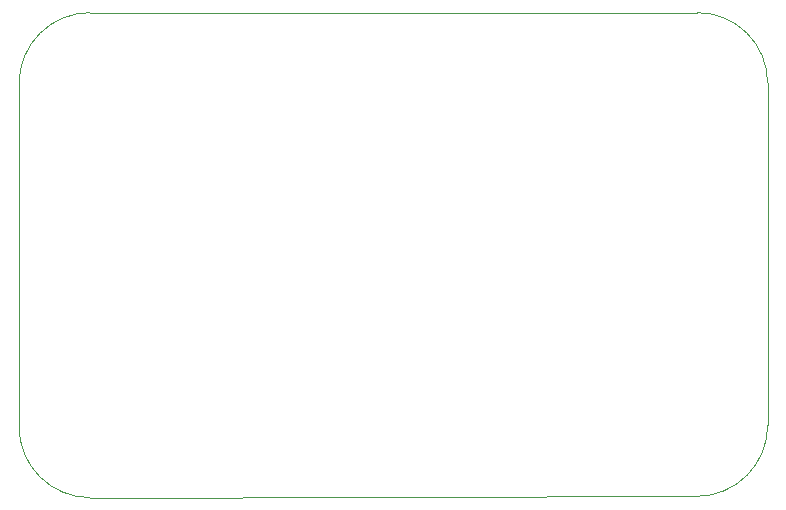
<source format=gm1>
%TF.GenerationSoftware,KiCad,Pcbnew,9.0.0*%
%TF.CreationDate,2025-04-03T16:38:41+02:00*%
%TF.ProjectId,PCB_projetV2,5043425f-7072-46f6-9a65-7456322e6b69,03/04/2025*%
%TF.SameCoordinates,Original*%
%TF.FileFunction,Profile,NP*%
%FSLAX46Y46*%
G04 Gerber Fmt 4.6, Leading zero omitted, Abs format (unit mm)*
G04 Created by KiCad (PCBNEW 9.0.0) date 2025-04-03 16:38:41*
%MOMM*%
%LPD*%
G01*
G04 APERTURE LIST*
%TA.AperFunction,Profile*%
%ADD10C,0.050000*%
%TD*%
G04 APERTURE END LIST*
D10*
X177375000Y-74000000D02*
X125942641Y-74000000D01*
X183325000Y-108950000D02*
X183325000Y-79950000D01*
X125942641Y-115057359D02*
G75*
G02*
X119942641Y-109057359I-41J5999959D01*
G01*
X125942641Y-115057359D02*
X177325000Y-114950000D01*
X177375000Y-74000000D02*
G75*
G02*
X183325000Y-79950000I0J-5950000D01*
G01*
X119942641Y-80000000D02*
G75*
G02*
X125942641Y-74000041I5999959J0D01*
G01*
X183325000Y-108950000D02*
G75*
G02*
X177325000Y-114950000I-6000000J0D01*
G01*
X119942641Y-80000000D02*
X119942641Y-109057359D01*
M02*

</source>
